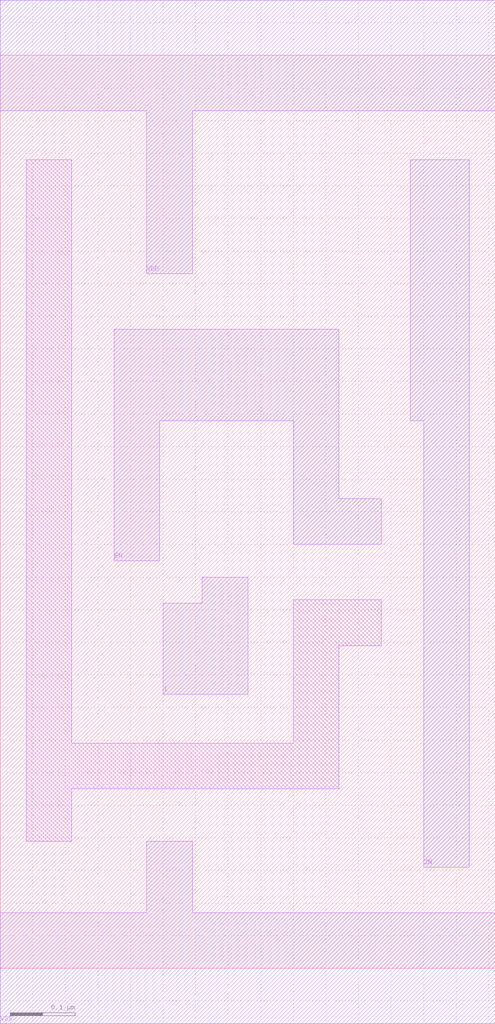
<source format=lef>
# 
# ******************************************************************************
# *                                                                            *
# *                   Copyright (C) 2004-2010, Nangate Inc.                    *
# *                           All rights reserved.                             *
# *                                                                            *
# * Nangate and the Nangate logo are trademarks of Nangate Inc.                *
# *                                                                            *
# * All trademarks, logos, software marks, and trade names (collectively the   *
# * "Marks") in this program are proprietary to Nangate or other respective    *
# * owners that have granted Nangate the right and license to use such Marks.  *
# * You are not permitted to use the Marks without the prior written consent   *
# * of Nangate or such third party that may own the Marks.                     *
# *                                                                            *
# * This file has been provided pursuant to a License Agreement containing     *
# * restrictions on its use. This file contains valuable trade secrets and     *
# * proprietary information of Nangate Inc., and is protected by U.S. and      *
# * international laws and/or treaties.                                        *
# *                                                                            *
# * The copyright notice(s) in this file does not indicate actual or intended  *
# * publication of this file.                                                  *
# *                                                                            *
# *     NGLibraryCreator, v2010.08-HR32-SP3-2010-08-05 - build 1009061800      *
# *                                                                            *
# ******************************************************************************
# 
# 
# Running on brazil06.nangate.com.br for user Giancarlo Franciscatto (gfr).
# Local time is now Fri, 3 Dec 2010, 19:32:18.
# Main process id is 27821.

VERSION 5.6 ;
BUSBITCHARS "[]" ;
DIVIDERCHAR "/" ;

MACRO TINV_X1
  CLASS core ;
  FOREIGN TINV_X1 0.0 0.0 ;
  ORIGIN 0 0 ;
  SYMMETRY X Y ;
  SITE FreePDK45_38x28_10R_NP_162NW_34O ;
  SIZE 0.76 BY 1.4 ;
  PIN EN
    DIRECTION INPUT ;
    ANTENNAPARTIALMETALAREA 0.0812 LAYER metal1 ;
    ANTENNAPARTIALMETALSIDEAREA 0.2483 LAYER metal1 ;
    ANTENNAGATEAREA 0.05325 ;
    PORT
      LAYER metal1 ;
        POLYGON 0.175 0.625 0.245 0.625 0.245 0.84 0.45 0.84 0.45 0.65 0.585 0.65 0.585 0.72 0.52 0.72 0.52 0.98 0.175 0.98  ;
    END
  END EN
  PIN I
    DIRECTION INPUT ;
    ANTENNAPARTIALMETALAREA 0.021 LAYER metal1 ;
    ANTENNAPARTIALMETALSIDEAREA 0.0806 LAYER metal1 ;
    ANTENNAGATEAREA 0.04475 ;
    PORT
      LAYER metal1 ;
        POLYGON 0.25 0.42 0.38 0.42 0.38 0.6 0.31 0.6 0.31 0.56 0.25 0.56  ;
    END
  END I
  PIN ZN
    DIRECTION OUTPUT ;
    ANTENNAPARTIALMETALAREA 0.08395 LAYER metal1 ;
    ANTENNAPARTIALMETALSIDEAREA 0.3055 LAYER metal1 ;
    ANTENNADIFFAREA 0.093975 ;
    PORT
      LAYER metal1 ;
        POLYGON 0.63 0.84 0.65 0.84 0.65 0.155 0.72 0.155 0.72 1.24 0.63 1.24  ;
    END
  END ZN
  PIN VDD
    DIRECTION INOUT ;
    USE power ;
    SHAPE ABUTMENT ;
    PORT
      LAYER metal1 ;
        POLYGON 0 1.315 0.225 1.315 0.225 1.065 0.295 1.065 0.295 1.315 0.585 1.315 0.76 1.315 0.76 1.485 0.585 1.485 0 1.485  ;
    END
  END VDD
  PIN VSS
    DIRECTION INOUT ;
    USE ground ;
    SHAPE ABUTMENT ;
    PORT
      LAYER metal1 ;
        POLYGON 0 -0.085 0.76 -0.085 0.76 0.085 0.295 0.085 0.295 0.195 0.225 0.195 0.225 0.085 0 0.085  ;
    END
  END VSS
  OBS
      LAYER metal1 ;
        POLYGON 0.04 0.195 0.11 0.195 0.11 0.275 0.52 0.275 0.52 0.495 0.585 0.495 0.585 0.565 0.45 0.565 0.45 0.345 0.11 0.345 0.11 1.24 0.04 1.24  ;
  END
END TINV_X1

END LIBRARY
#
# End of file
#

</source>
